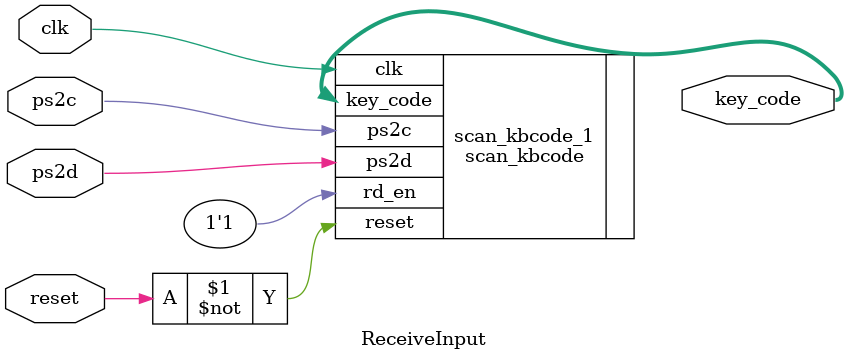
<source format=v>
module ReceiveInput(
	input clk, ps2c, ps2d,
	//input [0:0] KEY,
	input reset,
	output [7:0] key_code
	);
	scan_kbcode scan_kbcode_1(
		.clk(clk),
		.reset(~reset), // .reset(KEY)
		.ps2d(ps2d),
		.ps2c(ps2c),
		.rd_en(1'b1),
		.key_code(key_code)
		);
endmodule

</source>
